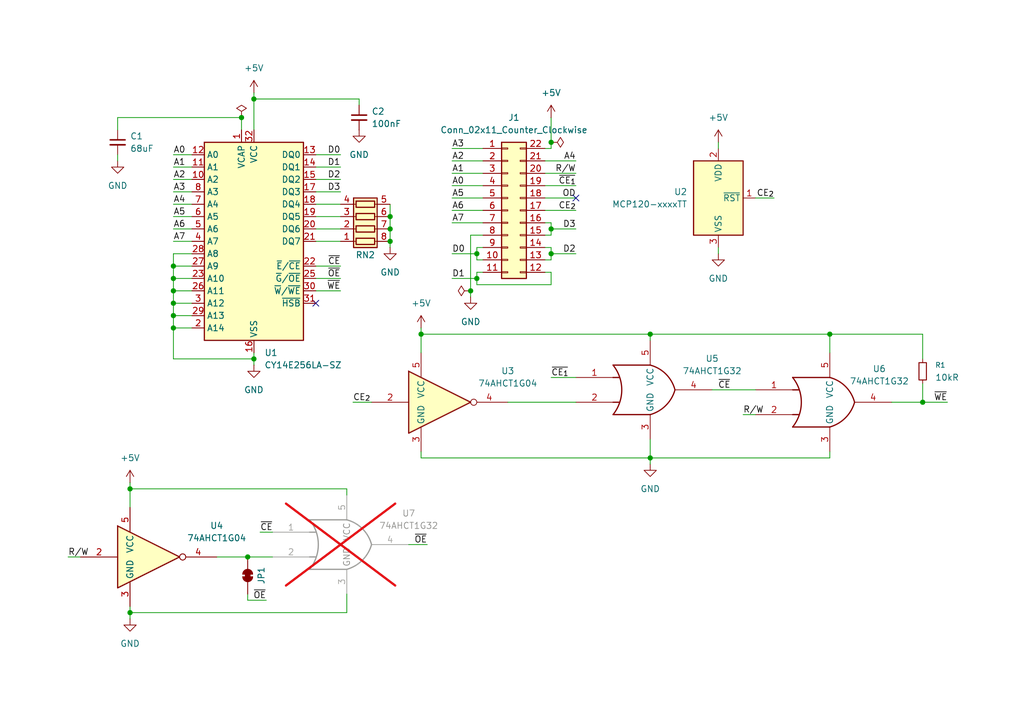
<source format=kicad_sch>
(kicad_sch (version 20250114) (generator "eeschema") (generator_version "9.0")
  (paper "A5")
  (lib_symbols
    (symbol "74xGxx:74AHCT1G04"
      (property "Reference" "U" (at -2.54 3.81 0))
      (property "Value" "74AHCT1G04" (at 0 -3.81 0))
      (symbol "74AHCT1G04_0_1"
        (polyline (pts (xy -7.62 6.35) (xy -7.62 -6.35) (xy 5.08 0) (xy -7.62 6.35)) (stroke (width 0.254)) (fill (type background)))
      )
      (symbol "74AHCT1G04_1_1"
        (pin input line (at -15.24 0 0) (length 7.62) (name "~") (number "2"))
        (pin power_in line (at -5.08 10.16 270) (length 5.08) (name "VCC") (number "5"))
        (pin power_in line (at -5.08 -10.16 90) (length 5.08) (name "GND") (number "3"))
        (pin output inverted (at 12.7 0 180) (length 7.62) (name "~") (number "4"))
      )
    )
    (symbol "74xGxx:74AHCT1G32"
      (property "Reference" "U" (at -2.54 3.81 0))
      (property "Value" "74AHCT1G32" (at 0 -3.81 0))
      (symbol "74AHCT1G32_0_1"
        (arc (start -7.62 5.08) (mid -5.838 0) (end -7.62 -5.08) (stroke (width 0.254)))
        (polyline (pts (xy -7.62 2.54) (xy -6.35 2.54)) (stroke (width 0.254)) (fill (type background)))
        (polyline (pts (xy -7.62 -2.54) (xy -6.35 -2.54)) (stroke (width 0.254)) (fill (type background)))
        (arc (start 5.08 0) (mid 3.202 -3.202) (end 0 -5.08) (stroke (width 0.254)))
        (arc (start 0 5.08) (mid 3.2271 3.2271) (end 5.08 0) (stroke (width 0.254)))
        (polyline (pts (xy 0 5.08) (xy -7.62 5.08)) (stroke (width 0.254)) (fill (type background)))
        (polyline (pts (xy 0 -5.08) (xy -7.62 -5.08)) (stroke (width 0.254)) (fill (type background)))
      )
      (symbol "74AHCT1G32_1_1"
        (pin input line (at -15.24 2.54 0) (length 7.62) (name "~") (number "1"))
        (pin input line (at -15.24 -2.54 0) (length 7.62) (name "~") (number "2"))
        (pin power_in line (at 0 10.16 270) (length 5.08) (name "VCC") (number "5"))
        (pin power_in line (at 0 -10.16 90) (length 5.08) (name "GND") (number "3"))
        (pin output line (at 12.7 0 180) (length 7.62) (name "~") (number "4"))
      )
    )
    (symbol "Connector_Generic:Conn_02x11_Counter_Clockwise" (pin_names (offset 1.016) (hide yes))
      (property "Reference" "J" (at 1.27 15.24 0))
      (property "Value" "Conn_02x11_Counter_Clockwise" (at 1.27 -15.24 0))
      (symbol "Conn_02x11_Counter_Clockwise_1_1"
        (rectangle (start -1.27 13.97) (end 3.81 -13.97) (stroke (width 0.254)) (fill (type background)))
        (rectangle (start -1.27 12.827) (end 0 12.573) (stroke (width 0.1524)))
        (rectangle (start -1.27 10.287) (end 0 10.033) (stroke (width 0.1524)))
        (rectangle (start -1.27 7.747) (end 0 7.493) (stroke (width 0.1524)))
        (rectangle (start -1.27 5.207) (end 0 4.953) (stroke (width 0.1524)))
        (rectangle (start -1.27 2.667) (end 0 2.413) (stroke (width 0.1524)))
        (rectangle (start -1.27 0.127) (end 0 -0.127) (stroke (width 0.1524)))
        (rectangle (start -1.27 -2.413) (end 0 -2.667) (stroke (width 0.1524)))
        (rectangle (start -1.27 -4.953) (end 0 -5.207) (stroke (width 0.1524)))
        (rectangle (start -1.27 -7.493) (end 0 -7.747) (stroke (width 0.1524)))
        (rectangle (start -1.27 -10.033) (end 0 -10.287) (stroke (width 0.1524)))
        (rectangle (start -1.27 -12.573) (end 0 -12.827) (stroke (width 0.1524)))
        (rectangle (start 3.81 12.827) (end 2.54 12.573) (stroke (width 0.1524)))
        (rectangle (start 3.81 10.287) (end 2.54 10.033) (stroke (width 0.1524)))
        (rectangle (start 3.81 7.747) (end 2.54 7.493) (stroke (width 0.1524)))
        (rectangle (start 3.81 5.207) (end 2.54 4.953) (stroke (width 0.1524)))
        (rectangle (start 3.81 2.667) (end 2.54 2.413) (stroke (width 0.1524)))
        (rectangle (start 3.81 0.127) (end 2.54 -0.127) (stroke (width 0.1524)))
        (rectangle (start 3.81 -2.413) (end 2.54 -2.667) (stroke (width 0.1524)))
        (rectangle (start 3.81 -4.953) (end 2.54 -5.207) (stroke (width 0.1524)))
        (rectangle (start 3.81 -7.493) (end 2.54 -7.747) (stroke (width 0.1524)))
        (rectangle (start 3.81 -10.033) (end 2.54 -10.287) (stroke (width 0.1524)))
        (rectangle (start 3.81 -12.573) (end 2.54 -12.827) (stroke (width 0.1524)))
        (pin passive line (at -5.08 12.7 0) (length 3.81) (name "Pin_1") (number "1"))
        (pin passive line (at -5.08 10.16 0) (length 3.81) (name "Pin_2") (number "2"))
        (pin passive line (at -5.08 7.62 0) (length 3.81) (name "Pin_3") (number "3"))
        (pin passive line (at -5.08 5.08 0) (length 3.81) (name "Pin_4") (number "4"))
        (pin passive line (at -5.08 2.54 0) (length 3.81) (name "Pin_5") (number "5"))
        (pin passive line (at -5.08 0 0) (length 3.81) (name "Pin_6") (number "6"))
        (pin passive line (at -5.08 -2.54 0) (length 3.81) (name "Pin_7") (number "7"))
        (pin passive line (at -5.08 -5.08 0) (length 3.81) (name "Pin_8") (number "8"))
        (pin passive line (at -5.08 -7.62 0) (length 3.81) (name "Pin_9") (number "9"))
        (pin passive line (at -5.08 -10.16 0) (length 3.81) (name "Pin_10") (number "10"))
        (pin passive line (at -5.08 -12.7 0) (length 3.81) (name "Pin_11") (number "11"))
        (pin passive line (at 7.62 12.7 180) (length 3.81) (name "Pin_22") (number "22"))
        (pin passive line (at 7.62 10.16 180) (length 3.81) (name "Pin_21") (number "21"))
        (pin passive line (at 7.62 7.62 180) (length 3.81) (name "Pin_20") (number "20"))
        (pin passive line (at 7.62 5.08 180) (length 3.81) (name "Pin_19") (number "19"))
        (pin passive line (at 7.62 2.54 180) (length 3.81) (name "Pin_18") (number "18"))
        (pin passive line (at 7.62 0 180) (length 3.81) (name "Pin_17") (number "17"))
        (pin passive line (at 7.62 -2.54 180) (length 3.81) (name "Pin_16") (number "16"))
        (pin passive line (at 7.62 -5.08 180) (length 3.81) (name "Pin_15") (number "15"))
        (pin passive line (at 7.62 -7.62 180) (length 3.81) (name "Pin_14") (number "14"))
        (pin passive line (at 7.62 -10.16 180) (length 3.81) (name "Pin_13") (number "13"))
        (pin passive line (at 7.62 -12.7 180) (length 3.81) (name "Pin_12") (number "12"))
      )
    )
    (symbol "Device:C_Small" (pin_numbers (hide yes)) (pin_names (offset 0.254) (hide yes))
      (property "Reference" "C" (at 0.254 1.778 0))
      (property "Value" "C_Small" (at 0.254 -2.032 0))
      (symbol "C_Small_0_1"
        (polyline (pts (xy -1.524 0.508) (xy 1.524 0.508)) (stroke (width 0.3048)))
        (polyline (pts (xy -1.524 -0.508) (xy 1.524 -0.508)) (stroke (width 0.3302)))
      )
      (symbol "C_Small_1_1"
        (pin passive line (at 0 2.54 270) (length 2.032) (name "~") (number "1"))
        (pin passive line (at 0 -2.54 90) (length 2.032) (name "~") (number "2"))
      )
    )
    (symbol "Device:R_Small" (pin_numbers (hide yes)) (pin_names (offset 0.254) (hide yes))
      (property "Reference" "R" (at 0 0 90))
      (property "Value" "R_Small" (at 1.778 0 90))
      (symbol "R_Small_0_1"
        (rectangle (start -0.762 1.778) (end 0.762 -1.778) (stroke (width 0.2032)))
      )
      (symbol "R_Small_1_1"
        (pin passive line (at 0 2.54 270) (length 0.762) (name "~") (number "1"))
        (pin passive line (at 0 -2.54 90) (length 0.762) (name "~") (number "2"))
      )
    )
    (symbol "Jumper:SolderJumper_2_Bridged" (pin_numbers (hide yes)) (pin_names (offset 0) (hide yes)) (in_bom no)
      (property "Reference" "JP" (at 0 2.032 0))
      (property "Value" "SolderJumper_2_Bridged" (at 0 -2.54 0))
      (symbol "SolderJumper_2_Bridged_0_1"
        (rectangle (start -0.508 0.508) (end 0.508 -0.508) (fill (type outline)))
        (polyline (pts (xy -0.254 1.016) (xy -0.254 -1.016)))
        (arc (start -0.254 -1.016) (mid -1.2656 0) (end -0.254 1.016))
        (arc (start -0.254 -1.016) (mid -1.2656 0) (end -0.254 1.016) (fill (type outline)))
        (arc (start 0.254 1.016) (mid 1.2656 0) (end 0.254 -1.016))
        (arc (start 0.254 1.016) (mid 1.2656 0) (end 0.254 -1.016) (fill (type outline)))
        (polyline (pts (xy 0.254 1.016) (xy 0.254 -1.016)))
      )
      (symbol "SolderJumper_2_Bridged_1_1"
        (pin passive line (at -3.81 0 0) (length 2.54) (name "A") (number "1"))
        (pin passive line (at 3.81 0 180) (length 2.54) (name "B") (number "2"))
      )
    )
    (symbol "Memory_NVRAM:CY14E256LA-SZ"
      (property "Reference" "U" (at -10.16 20.955 0))
      (property "Value" "CY14E256LA-SZ" (at 2.54 20.955 0))
      (symbol "CY14E256LA-SZ_0_0"
        (pin power_in line (at 0 22.86 270) (length 2.54) (name "VCC") (number "32"))
        (pin power_in line (at 0 -22.86 90) (length 2.54) (name "VSS") (number "16"))
      )
      (symbol "CY14E256LA-SZ_0_1"
        (rectangle (start -10.16 20.32) (end 10.16 -20.32) (stroke (width 0.254)) (fill (type background)))
      )
      (symbol "CY14E256LA-SZ_1_1"
        (pin input line (at -12.7 17.78 0) (length 2.54) (name "A0") (number "12"))
        (pin input line (at -12.7 15.24 0) (length 2.54) (name "A1") (number "11"))
        (pin input line (at -12.7 12.7 0) (length 2.54) (name "A2") (number "10"))
        (pin input line (at -12.7 10.16 0) (length 2.54) (name "A3") (number "8"))
        (pin input line (at -12.7 7.62 0) (length 2.54) (name "A4") (number "7"))
        (pin input line (at -12.7 5.08 0) (length 2.54) (name "A5") (number "6"))
        (pin input line (at -12.7 2.54 0) (length 2.54) (name "A6") (number "5"))
        (pin input line (at -12.7 0 0) (length 2.54) (name "A7") (number "4"))
        (pin input line (at -12.7 -2.54 0) (length 2.54) (name "A8") (number "28"))
        (pin input line (at -12.7 -5.08 0) (length 2.54) (name "A9") (number "27"))
        (pin input line (at -12.7 -7.62 0) (length 2.54) (name "A10") (number "23"))
        (pin input line (at -12.7 -10.16 0) (length 2.54) (name "A11") (number "26"))
        (pin input line (at -12.7 -12.7 0) (length 2.54) (name "A12") (number "3"))
        (pin input line (at -12.7 -15.24 0) (length 2.54) (name "A13") (number "29"))
        (pin input line (at -12.7 -17.78 0) (length 2.54) (name "A14") (number "2"))
        (pin power_in line (at -2.54 22.86 270) (length 2.54) (name "VCAP") (number "1"))
        (pin no_connect line (at 10.16 -15.24 180) (length 2.54) (hide yes) (name "NC") (number "9"))
        (pin no_connect line (at 10.16 -17.78 180) (length 2.54) (hide yes) (name "NC") (number "24"))
        (pin tri_state line (at 12.7 17.78 180) (length 2.54) (name "DQ0") (number "13"))
        (pin tri_state line (at 12.7 15.24 180) (length 2.54) (name "DQ1") (number "14"))
        (pin tri_state line (at 12.7 12.7 180) (length 2.54) (name "DQ2") (number "15"))
        (pin tri_state line (at 12.7 10.16 180) (length 2.54) (name "DQ3") (number "17"))
        (pin tri_state line (at 12.7 7.62 180) (length 2.54) (name "DQ4") (number "18"))
        (pin tri_state line (at 12.7 5.08 180) (length 2.54) (name "DQ5") (number "19"))
        (pin tri_state line (at 12.7 2.54 180) (length 2.54) (name "DQ6") (number "20"))
        (pin tri_state line (at 12.7 0 180) (length 2.54) (name "DQ7") (number "21"))
        (pin input line (at 12.7 -5.08 180) (length 2.54) (name "~{E}/~{CE}") (number "22"))
        (pin input line (at 12.7 -7.62 180) (length 2.54) (name "~{G}/~{OE}") (number "25"))
        (pin input line (at 12.7 -10.16 180) (length 2.54) (name "~{W}/~{WE}") (number "30"))
        (pin bidirectional line (at 12.7 -12.7 180) (length 2.54) (name "~{HSB}") (number "31"))
      )
    )
    (symbol "PCM_Resistor_AKL:R_4x0603_Convex" (pin_names (offset 0.002) (hide yes))
      (property "Reference" "RN" (at 5.08 1.27 0))
      (property "Value" "R_4x0603_Convex" (at 5.08 -1.27 0))
      (symbol "R_4x0603_Convex_0_1"
        (rectangle (start -6.35 -2.413) (end 3.81 2.413) (stroke (width 0.254)) (fill (type background)))
        (rectangle (start -5.715 1.905) (end -4.445 -1.905) (stroke (width 0.254)))
        (polyline (pts (xy -5.08 1.905) (xy -5.08 2.54)))
        (polyline (pts (xy -5.08 -2.54) (xy -5.08 -1.905)))
        (rectangle (start -3.175 1.905) (end -1.905 -1.905) (stroke (width 0.254)))
        (polyline (pts (xy -2.54 1.905) (xy -2.54 2.54)))
        (polyline (pts (xy -2.54 -2.54) (xy -2.54 -1.905)))
        (rectangle (start -0.635 1.905) (end 0.635 -1.905) (stroke (width 0.254)))
        (polyline (pts (xy 0 1.905) (xy 0 2.54)))
        (polyline (pts (xy 0 -2.54) (xy 0 -1.905)))
        (rectangle (start 1.905 1.905) (end 3.175 -1.905) (stroke (width 0.254)))
        (polyline (pts (xy 2.54 1.905) (xy 2.54 2.54)))
        (polyline (pts (xy 2.54 -2.54) (xy 2.54 -1.905)))
      )
      (symbol "R_4x0603_Convex_1_1"
        (pin passive line (at -5.08 5.08 270) (length 2.54) (name "R1.2") (number "8"))
        (pin passive line (at -5.08 -5.08 90) (length 2.54) (name "R1.1") (number "1"))
        (pin passive line (at -2.54 5.08 270) (length 2.54) (name "R2.2") (number "7"))
        (pin passive line (at -2.54 -5.08 90) (length 2.54) (name "R2.1") (number "2"))
        (pin passive line (at 0 5.08 270) (length 2.54) (name "R3.2") (number "6"))
        (pin passive line (at 0 -5.08 90) (length 2.54) (name "R3.1") (number "3"))
        (pin passive line (at 2.54 5.08 270) (length 2.54) (name "R4.2") (number "5"))
        (pin passive line (at 2.54 -5.08 90) (length 2.54) (name "R4.1") (number "4"))
      )
    )
    (symbol "Power_Supervisor:MCP120-xxxxTT"
      (property "Reference" "U" (at -5.08 8.89 0))
      (property "Value" "MCP120-xxxxTT" (at 8.89 8.89 0))
      (symbol "MCP120-xxxxTT_0_1"
        (rectangle (start 5.08 7.62) (end -5.08 -7.62) (stroke (width 0.254)) (fill (type background)))
      )
      (symbol "MCP120-xxxxTT_1_1"
        (pin power_in line (at 0 10.16 270) (length 2.54) (name "VDD") (number "2"))
        (pin power_in line (at 0 -10.16 90) (length 2.54) (name "VSS") (number "3"))
        (pin open_collector line (at 7.62 0 180) (length 2.54) (name "~{RST}") (number "1"))
      )
    )
    (symbol "power:+5V" (power) (pin_numbers (hide yes)) (pin_names (offset 0) (hide yes))
      (property "Value" "+5V" (at 0 3.556 0))
      (symbol "+5V_0_1"
        (polyline (pts (xy -0.762 1.27) (xy 0 2.54)))
        (polyline (pts (xy 0 2.54) (xy 0.762 1.27)))
        (polyline (pts (xy 0 0) (xy 0 2.54)))
      )
      (symbol "+5V_1_1"
        (pin power_in line (at 0 0 90) (length 0) (name "~") (number "1"))
      )
    )
    (symbol "power:GND" (power) (pin_numbers (hide yes)) (pin_names (offset 0) (hide yes))
      (property "Value" "GND" (at 0 -3.81 0))
      (symbol "GND_0_1"
        (polyline (pts (xy 0 0) (xy 0 -1.27) (xy 1.27 -1.27) (xy 0 -2.54) (xy -1.27 -1.27) (xy 0 -1.27)))
      )
      (symbol "GND_1_1"
        (pin power_in line (at 0 0 270) (length 0) (name "~") (number "1"))
      )
    )
    (symbol "power:PWR_FLAG" (power) (pin_numbers (hide yes)) (pin_names (offset 0) (hide yes))
      (property "Value" "PWR_FLAG" (at 0 3.81 0))
      (symbol "PWR_FLAG_0_0"
        (pin power_out line (at 0 0 90) (length 0) (name "~") (number "1"))
      )
      (symbol "PWR_FLAG_0_1"
        (polyline (pts (xy 0 0) (xy 0 1.27) (xy -1.016 1.905) (xy 0 2.54) (xy 1.016 1.905) (xy 0 1.27)))
      )
    )
  )
  (junction (at 97.79 52.07))
  (junction (at 97.79 57.15))
  (junction (at 49.53 24.13))
  (junction (at 96.52 59.69))
  (junction (at 113.03 29.21))
  (junction (at 50.8 114.3))
  (junction (at 26.67 125.73))
  (junction (at 113.03 52.07))
  (junction (at 80.01 44.45))
  (junction (at 35.56 54.61))
  (junction (at 133.35 68.58))
  (junction (at 35.56 67.31))
  (junction (at 170.18 68.58))
  (junction (at 52.07 73.66))
  (junction (at 133.35 93.98))
  (junction (at 113.03 46.99))
  (junction (at 35.56 62.23))
  (junction (at 35.56 59.69))
  (junction (at 86.36 68.58))
  (junction (at 189.23 82.55))
  (junction (at 35.56 57.15))
  (junction (at 35.56 64.77))
  (junction (at 26.67 100.33))
  (junction (at 80.01 46.99))
  (junction (at 80.01 49.53))
  (junction (at 52.07 20.32))
  (no_connect (at 64.77 62.23))
  (no_connect (at 118.11 40.64))
  (wire (pts (xy 147.32 52.07) (xy 147.32 50.8)))
  (wire (pts (xy 92.71 38.1) (xy 99.06 38.1)))
  (wire (pts (xy 99.06 50.8) (xy 97.79 50.8)))
  (wire (pts (xy 113.03 58.42) (xy 113.03 55.88)))
  (wire (pts (xy 113.03 53.34) (xy 111.76 53.34)))
  (wire (pts (xy 92.71 30.48) (xy 99.06 30.48)))
  (wire (pts (xy 113.03 50.8) (xy 113.03 52.07)))
  (wire (pts (xy 133.35 68.58) (xy 170.18 68.58)))
  (wire (pts (xy 35.56 34.29) (xy 39.37 34.29)))
  (wire (pts (xy 64.77 57.15) (xy 69.85 57.15)))
  (wire (pts (xy 111.76 35.56) (xy 118.11 35.56)))
  (wire (pts (xy 154.94 40.64) (xy 158.75 40.64)))
  (wire (pts (xy 50.8 123.19) (xy 54.61 123.19)))
  (wire (pts (xy 35.56 67.31) (xy 35.56 73.66)))
  (wire (pts (xy 26.67 100.33) (xy 26.67 104.14)))
  (wire (pts (xy 80.01 46.99) (xy 80.01 49.53)))
  (wire (pts (xy 35.56 64.77) (xy 35.56 67.31)))
  (wire (pts (xy 189.23 78.74) (xy 189.23 82.55)))
  (wire (pts (xy 71.12 125.73) (xy 71.12 121.92)))
  (wire (pts (xy 35.56 46.99) (xy 39.37 46.99)))
  (wire (pts (xy 64.77 34.29) (xy 69.85 34.29)))
  (wire (pts (xy 86.36 92.71) (xy 86.36 93.98)))
  (wire (pts (xy 83.82 111.76) (xy 87.63 111.76)))
  (wire (pts (xy 35.56 49.53) (xy 39.37 49.53)))
  (wire (pts (xy 133.35 93.98) (xy 86.36 93.98)))
  (wire (pts (xy 52.07 20.32) (xy 52.07 26.67)))
  (wire (pts (xy 69.85 46.99) (xy 64.77 46.99)))
  (wire (pts (xy 111.76 43.18) (xy 118.11 43.18)))
  (wire (pts (xy 86.36 68.58) (xy 86.36 72.39)))
  (wire (pts (xy 111.76 30.48) (xy 113.03 30.48)))
  (wire (pts (xy 72.39 82.55) (xy 76.2 82.55)))
  (wire (pts (xy 13.97 114.3) (xy 16.51 114.3)))
  (wire (pts (xy 92.71 45.72) (xy 99.06 45.72)))
  (wire (pts (xy 97.79 52.07) (xy 97.79 53.34)))
  (wire (pts (xy 182.88 82.55) (xy 189.23 82.55)))
  (wire (pts (xy 53.34 109.22) (xy 55.88 109.22)))
  (wire (pts (xy 44.45 114.3) (xy 50.8 114.3)))
  (wire (pts (xy 170.18 93.98) (xy 170.18 92.71)))
  (wire (pts (xy 64.77 54.61) (xy 69.85 54.61)))
  (wire (pts (xy 35.56 52.07) (xy 35.56 54.61)))
  (wire (pts (xy 113.03 45.72) (xy 111.76 45.72)))
  (wire (pts (xy 96.52 48.26) (xy 96.52 59.69)))
  (wire (pts (xy 133.35 93.98) (xy 133.35 95.25)))
  (wire (pts (xy 189.23 68.58) (xy 189.23 73.66)))
  (wire (pts (xy 113.03 45.72) (xy 113.03 46.99)))
  (wire (pts (xy 26.67 125.73) (xy 71.12 125.73)))
  (wire (pts (xy 97.79 53.34) (xy 99.06 53.34)))
  (wire (pts (xy 52.07 74.93) (xy 52.07 73.66)))
  (wire (pts (xy 99.06 48.26) (xy 96.52 48.26)))
  (wire (pts (xy 97.79 50.8) (xy 97.79 52.07)))
  (wire (pts (xy 80.01 41.91) (xy 80.01 44.45)))
  (wire (pts (xy 118.11 46.99) (xy 113.03 46.99)))
  (wire (pts (xy 133.35 68.58) (xy 133.35 69.85)))
  (wire (pts (xy 26.67 127) (xy 26.67 125.73)))
  (wire (pts (xy 64.77 59.69) (xy 69.85 59.69)))
  (wire (pts (xy 152.4 85.09) (xy 154.94 85.09)))
  (wire (pts (xy 35.56 41.91) (xy 39.37 41.91)))
  (wire (pts (xy 35.56 54.61) (xy 35.56 57.15)))
  (wire (pts (xy 170.18 68.58) (xy 189.23 68.58)))
  (wire (pts (xy 86.36 67.31) (xy 86.36 68.58)))
  (wire (pts (xy 69.85 44.45) (xy 64.77 44.45)))
  (wire (pts (xy 35.56 64.77) (xy 39.37 64.77)))
  (wire (pts (xy 52.07 20.32) (xy 73.66 20.32)))
  (wire (pts (xy 52.07 19.05) (xy 52.07 20.32)))
  (wire (pts (xy 92.71 52.07) (xy 97.79 52.07)))
  (wire (pts (xy 49.53 24.13) (xy 24.13 24.13)))
  (wire (pts (xy 92.71 57.15) (xy 97.79 57.15)))
  (wire (pts (xy 69.85 41.91) (xy 64.77 41.91)))
  (wire (pts (xy 133.35 90.17) (xy 133.35 93.98)))
  (wire (pts (xy 92.71 33.02) (xy 99.06 33.02)))
  (wire (pts (xy 92.71 43.18) (xy 99.06 43.18)))
  (wire (pts (xy 113.03 48.26) (xy 111.76 48.26)))
  (wire (pts (xy 113.03 30.48) (xy 113.03 29.21)))
  (wire (pts (xy 35.56 31.75) (xy 39.37 31.75)))
  (wire (pts (xy 52.07 73.66) (xy 52.07 72.39)))
  (wire (pts (xy 24.13 24.13) (xy 24.13 26.67)))
  (wire (pts (xy 64.77 31.75) (xy 69.85 31.75)))
  (wire (pts (xy 35.56 73.66) (xy 52.07 73.66)))
  (wire (pts (xy 49.53 26.67) (xy 49.53 24.13)))
  (wire (pts (xy 113.03 24.13) (xy 113.03 29.21)))
  (wire (pts (xy 73.66 20.32) (xy 73.66 21.59)))
  (wire (pts (xy 26.67 99.06) (xy 26.67 100.33)))
  (wire (pts (xy 35.56 57.15) (xy 39.37 57.15)))
  (wire (pts (xy 113.03 46.99) (xy 113.03 48.26)))
  (wire (pts (xy 113.03 77.47) (xy 118.11 77.47)))
  (wire (pts (xy 71.12 100.33) (xy 71.12 101.6)))
  (wire (pts (xy 39.37 52.07) (xy 35.56 52.07)))
  (wire (pts (xy 92.71 35.56) (xy 99.06 35.56)))
  (wire (pts (xy 189.23 82.55) (xy 194.31 82.55)))
  (wire (pts (xy 35.56 44.45) (xy 39.37 44.45)))
  (wire (pts (xy 35.56 59.69) (xy 39.37 59.69)))
  (wire (pts (xy 35.56 54.61) (xy 39.37 54.61)))
  (wire (pts (xy 170.18 68.58) (xy 170.18 72.39)))
  (wire (pts (xy 26.67 100.33) (xy 71.12 100.33)))
  (wire (pts (xy 111.76 50.8) (xy 113.03 50.8)))
  (wire (pts (xy 146.05 80.01) (xy 154.94 80.01)))
  (wire (pts (xy 35.56 62.23) (xy 35.56 64.77)))
  (wire (pts (xy 111.76 33.02) (xy 118.11 33.02)))
  (wire (pts (xy 35.56 62.23) (xy 39.37 62.23)))
  (wire (pts (xy 97.79 58.42) (xy 113.03 58.42)))
  (wire (pts (xy 50.8 121.92) (xy 50.8 123.19)))
  (wire (pts (xy 113.03 52.07) (xy 113.03 53.34)))
  (wire (pts (xy 35.56 39.37) (xy 39.37 39.37)))
  (wire (pts (xy 99.06 55.88) (xy 97.79 55.88)))
  (wire (pts (xy 86.36 68.58) (xy 133.35 68.58)))
  (wire (pts (xy 97.79 55.88) (xy 97.79 57.15)))
  (wire (pts (xy 97.79 57.15) (xy 97.79 58.42)))
  (wire (pts (xy 24.13 31.75) (xy 24.13 33.02)))
  (wire (pts (xy 111.76 40.64) (xy 118.11 40.64)))
  (wire (pts (xy 92.71 40.64) (xy 99.06 40.64)))
  (wire (pts (xy 35.56 36.83) (xy 39.37 36.83)))
  (wire (pts (xy 80.01 49.53) (xy 80.01 50.8)))
  (wire (pts (xy 113.03 55.88) (xy 111.76 55.88)))
  (wire (pts (xy 69.85 49.53) (xy 64.77 49.53)))
  (wire (pts (xy 96.52 60.96) (xy 96.52 59.69)))
  (wire (pts (xy 147.32 29.21) (xy 147.32 30.48)))
  (wire (pts (xy 35.56 57.15) (xy 35.56 59.69)))
  (wire (pts (xy 64.77 36.83) (xy 69.85 36.83)))
  (wire (pts (xy 104.14 82.55) (xy 118.11 82.55)))
  (wire (pts (xy 26.67 125.73) (xy 26.67 124.46)))
  (wire (pts (xy 35.56 59.69) (xy 35.56 62.23)))
  (wire (pts (xy 133.35 93.98) (xy 170.18 93.98)))
  (wire (pts (xy 64.77 39.37) (xy 69.85 39.37)))
  (wire (pts (xy 35.56 67.31) (xy 39.37 67.31)))
  (wire (pts (xy 80.01 44.45) (xy 80.01 46.99)))
  (wire (pts (xy 111.76 38.1) (xy 118.11 38.1)))
  (wire (pts (xy 118.11 52.07) (xy 113.03 52.07)))
  (wire (pts (xy 50.8 114.3) (xy 55.88 114.3)))
  (label "~{OE}" (at 87.63 111.76 180))
  (label "D3" (at 69.85 39.37 180))
  (label "D3" (at 118.11 46.99 180))
  (label "A7" (at 35.56 49.53 0))
  (label "A4" (at 118.11 33.02 180))
  (label "A2" (at 35.56 36.83 0))
  (label "D2" (at 69.85 36.83 180))
  (label "A6" (at 35.56 46.99 0))
  (label "A3" (at 35.56 39.37 0))
  (label "R/W" (at 13.97 114.3 0))
  (label "D0" (at 69.85 31.75 180))
  (label "CE_{2}" (at 72.39 82.55 0))
  (label "A0" (at 92.71 38.1 0))
  (label "R/W" (at 152.4 85.09 0))
  (label "A7" (at 92.71 45.72 0))
  (label "CE_{2}" (at 118.11 43.18 180))
  (label "~{CE_{1}}" (at 113.03 77.47 0))
  (label "~{CE}" (at 69.85 54.61 180))
  (label "~{CE}" (at 53.34 109.22 0))
  (label "A5" (at 35.56 44.45 0))
  (label "D1" (at 92.71 57.15 0))
  (label "OD" (at 118.11 40.64 180))
  (label "A4" (at 35.56 41.91 0))
  (label "R/W" (at 118.11 35.56 180))
  (label "~{WE}" (at 194.31 82.55 180))
  (label "~{WE}" (at 69.85 59.69 180))
  (label "A5" (at 92.71 40.64 0))
  (label "~{OE}" (at 69.85 57.15 180))
  (label "A6" (at 92.71 43.18 0))
  (label "A3" (at 92.71 30.48 0))
  (label "~{CE}" (at 149.86 80.01 180))
  (label "A2" (at 92.71 33.02 0))
  (label "D2" (at 118.11 52.07 180))
  (label "A0" (at 35.56 31.75 0))
  (label "~{OE}" (at 54.61 123.19 180))
  (label "~{CE_{1}}" (at 118.11 38.1 180))
  (label "D1" (at 69.85 34.29 180))
  (label "CE_{2}" (at 158.75 40.64 180))
  (label "A1" (at 92.71 35.56 0))
  (label "A1" (at 35.56 34.29 0))
  (label "D0" (at 92.71 52.07 0))
  (symbol (lib_id "power:+5V") (at 26.67 99.06 0) (unit 1)
    (property "Reference" "#PWR09" (effects (hide yes)))
    (property "Value" "+5V" (at 26.67 93.98 0))
    (property "Description" "Power symbol creates a global label with name \"+5V\"" (effects (hide yes)))
  )
  (symbol (lib_id "power:GND") (at 133.35 95.25 0) (unit 1)
    (property "Reference" "#PWR07" (effects (hide yes)))
    (property "Value" "GND" (at 133.35 100.33 0))
    (property "Description" "Power symbol creates a global label with name \"GND\" , ground" (effects (hide yes)))
  )
  (symbol (lib_id "power:GND") (at 147.32 52.07 0) (unit 1)
    (property "Reference" "#PWR05" (effects (hide yes)))
    (property "Value" "GND" (at 147.32 57.15 0))
    (property "Description" "Power symbol creates a global label with name \"GND\" , ground" (effects (hide yes)))
  )
  (symbol (lib_id "Power_Supervisor:MCP120-xxxxTT") (at 147.32 40.64 0) (unit 1)
    (property "Reference" "U2" (at 140.97 39.3699 0) (effects (justify right)))
    (property "Value" "MCP120-xxxxTT" (at 140.97 41.9099 0) (effects (justify right)))
    (property "Footprint" "Package_TO_SOT_SMD:SOT-23" (effects (hide yes)))
    (property "Datasheet" "http://ww1.microchip.com/downloads/en/DeviceDoc/11184d.pdf" (effects (hide yes)))
    (property "Description" "Microcontroller supervisory circuit, SOT-23" (effects (hide yes)))
  )
  (symbol (lib_id "power:GND") (at 73.66 26.67 0) (unit 1)
    (property "Reference" "#PWR04" (effects (hide yes)))
    (property "Value" "GND" (at 73.66 31.75 0))
    (property "Description" "Power symbol creates a global label with name \"GND\" , ground" (effects (hide yes)))
  )
  (symbol (lib_id "74xGxx:74AHCT1G32") (at 170.18 82.55 0) (unit 1)
    (property "Reference" "U6" (at 180.34 75.692 0))
    (property "Value" "74AHCT1G32" (at 180.34 78.232 0))
    (property "Footprint" "Package_TO_SOT_SMD:SOT-23-5" (effects (hide yes)))
    (property "Datasheet" "http://www.ti.com/lit/sg/scyt129e/scyt129e.pdf" (effects (hide yes)))
    (property "Description" "Single OR Gate, Low-Voltage CMOS" (effects (hide yes)))
  )
  (symbol (lib_id "Jumper:SolderJumper_2_Bridged") (at 50.8 118.11 270) (unit 1) (in_bom no)
    (property "Reference" "JP1" (at 53.594 118.11 0))
    (property "Value" "OE_JMP" (effects (hide yes)))
    (property "Footprint" "Jumper:SolderJumper-2_P1.3mm_Bridged_RoundedPad1.0x1.5mm" (effects (hide yes)))
    (property "Description" "Solder Jumper, 2-pole, closed/bridged" (effects (hide yes)))
  )
  (symbol (lib_id "power:+5V") (at 113.03 24.13 0) (unit 1)
    (property "Reference" "#PWR013" (effects (hide yes)))
    (property "Value" "+5V" (at 113.03 19.05 0))
    (property "Description" "Power symbol creates a global label with name \"+5V\"" (effects (hide yes)))
  )
  (symbol (lib_id "power:+5V") (at 86.36 67.31 0) (unit 1)
    (property "Reference" "#PWR08" (effects (hide yes)))
    (property "Value" "+5V" (at 86.36 62.23 0))
    (property "Description" "Power symbol creates a global label with name \"+5V\"" (effects (hide yes)))
  )
  (symbol (lib_id "power:GND") (at 96.52 60.96 0) (unit 1)
    (property "Reference" "#PWR012" (effects (hide yes)))
    (property "Value" "GND" (at 96.52 66.04 0))
    (property "Description" "Power symbol creates a global label with name \"GND\" , ground" (effects (hide yes)))
  )
  (symbol (lib_id "Device:R_Small") (at 189.23 76.2 0) (unit 1)
    (property "Reference" "R1" (at 191.77 74.9299 0) (effects (font (size 1.016 1.016)) (justify left)))
    (property "Value" "10kR" (at 191.77 77.4699 0) (effects (justify left)))
    (property "Footprint" "Resistor_SMD:R_0402_1005Metric" (effects (hide yes)))
    (property "Description" "Resistor, small symbol" (effects (hide yes)))
  )
  (symbol (lib_id "power:GND") (at 80.01 50.8 0) (unit 1)
    (property "Reference" "#PWR06" (effects (hide yes)))
    (property "Value" "GND" (at 80.01 55.88 0))
    (property "Description" "Power symbol creates a global label with name \"GND\" , ground" (effects (hide yes)))
  )
  (symbol (lib_id "74xGxx:74AHCT1G32") (at 133.35 80.01 0) (unit 1)
    (property "Reference" "U5" (at 146.05 73.5898 0))
    (property "Value" "74AHCT1G32" (at 146.05 76.1298 0))
    (property "Footprint" "Package_TO_SOT_SMD:SOT-23-5" (effects (hide yes)))
    (property "Datasheet" "http://www.ti.com/lit/sg/scyt129e/scyt129e.pdf" (effects (hide yes)))
    (property "Description" "Single OR Gate, Low-Voltage CMOS" (effects (hide yes)))
  )
  (symbol (lib_id "Memory_NVRAM:CY14E256LA-SZ") (at 52.07 49.53 0) (unit 1)
    (property "Reference" "U1" (at 54.2133 72.39 0) (effects (justify left)))
    (property "Value" "CY14E256LA-SZ" (at 54.2133 74.93 0) (effects (justify left)))
    (property "Footprint" "Package_SO:SOIC-32_7.518x20.777mm_P1.27mm" (effects (hide yes)))
    (property "Datasheet" "https://www.infineon.com/dgdl/Infineon-CY14E256LA_256-Kbit_(32_K_8)_nvSRAM-DataSheet-v12_00-EN.pdf?fileId=8ac78c8c7d0d8da4017d0ebf920b33f5" (effects (hide yes)))
    (property "Description" "256-Kbit (32K x 8-bit) nvSRAM, single 5V +/-10% operation, 25/45ns, SOIC-32" (effects (hide yes)))
  )
  (symbol (lib_id "power:PWR_FLAG") (at 49.53 24.13 0) (unit 1)
    (property "Reference" "#FLG03" (effects (hide yes)))
    (property "Value" "PWR_FLAG" (effects (hide yes)))
    (property "Description" "Special symbol for telling ERC where power comes from" (effects (hide yes)))
  )
  (symbol (lib_id "power:GND") (at 52.07 74.93 0) (unit 1)
    (property "Reference" "#PWR01" (effects (hide yes)))
    (property "Value" "GND" (at 52.07 80.01 0))
    (property "Description" "Power symbol creates a global label with name \"GND\" , ground" (effects (hide yes)))
  )
  (symbol (lib_id "PCM_Resistor_AKL:R_4x0603_Convex") (at 74.93 44.45 270) (mirror x) (unit 1)
    (property "Reference" "RN2" (at 74.93 52.324 90))
    (property "Value" "R_4x0603_Convex" (effects (hide yes)))
    (property "Footprint" "PCM_Resistor_SMD_AKL:R_Array_Convex_4x0603" (effects (hide yes)))
    (property "Description" "4x0603 SMD Resistor Network, Isolated, European Symbol, Alternate KiCad Library" (effects (hide yes)))
  )
  (symbol (lib_id "power:PWR_FLAG") (at 113.03 29.21 270) (unit 1)
    (property "Reference" "#FLG01" (effects (hide yes)))
    (property "Value" "PWR_FLAG" (effects (hide yes)))
    (property "Description" "Special symbol for telling ERC where power comes from" (effects (hide yes)))
  )
  (symbol (lib_id "Connector_Generic:Conn_02x11_Counter_Clockwise") (at 104.14 43.18 0) (unit 1)
    (property "Reference" "J1" (at 105.41 24.13 0))
    (property "Value" "Conn_02x11_Counter_Clockwise" (at 105.41 26.67 0))
    (property "Footprint" "Package_DIP:DIP-22_W7.62mm_Socket" (effects (hide yes)))
    (property "Description" "Generic connector, double row, 02x11, counter clockwise pin numbering scheme (similar to DIP package numbering), script generated (kicad-library-utils/schlib/autogen/connector/)" (effects (hide yes)))
  )
  (symbol (lib_id "power:GND") (at 24.13 33.02 0) (unit 1)
    (property "Reference" "#PWR02" (effects (hide yes)))
    (property "Value" "GND" (at 24.13 38.1 0))
    (property "Description" "Power symbol creates a global label with name \"GND\" , ground" (effects (hide yes)))
  )
  (symbol (lib_id "74xGxx:74AHCT1G04") (at 91.44 82.55 0) (unit 1)
    (property "Reference" "U3" (at 104.14 76.1298 0))
    (property "Value" "74AHCT1G04" (at 104.14 78.6698 0))
    (property "Footprint" "Package_TO_SOT_SMD:SOT-23-5" (effects (hide yes)))
    (property "Datasheet" "http://www.ti.com/lit/sg/scyt129e/scyt129e.pdf" (effects (hide yes)))
    (property "Description" "Single NOT Gate, Low-Voltage CMOS" (effects (hide yes)))
  )
  (symbol (lib_id "Device:C_Small") (at 24.13 29.21 0) (unit 1)
    (property "Reference" "C1" (at 26.67 27.9462 0) (effects (justify left)))
    (property "Value" "68uF" (at 26.67 30.4862 0) (effects (justify left)))
    (property "Footprint" "Capacitor_SMD:C_1206_3216Metric" (effects (hide yes)))
    (property "Description" "Unpolarized capacitor, small symbol" (effects (hide yes)))
  )
  (symbol (lib_id "power:PWR_FLAG") (at 96.52 59.69 90) (unit 1)
    (property "Reference" "#FLG02" (effects (hide yes)))
    (property "Value" "PWR_FLAG" (effects (hide yes)))
    (property "Description" "Special symbol for telling ERC where power comes from" (effects (hide yes)))
  )
  (symbol (lib_id "power:+5V") (at 147.32 29.21 0) (unit 1)
    (property "Reference" "#PWR011" (effects (hide yes)))
    (property "Value" "+5V" (at 147.32 24.13 0))
    (property "Description" "Power symbol creates a global label with name \"+5V\"" (effects (hide yes)))
  )
  (symbol (lib_id "74xGxx:74AHCT1G32") (at 71.12 111.76 0) (unit 1) (dnp yes)
    (property "Reference" "U7" (at 83.82 105.3398 0))
    (property "Value" "74AHCT1G32" (at 83.82 107.8798 0))
    (property "Footprint" "Package_TO_SOT_SMD:SOT-23-5" (effects (hide yes)))
    (property "Datasheet" "http://www.ti.com/lit/sg/scyt129e/scyt129e.pdf" (effects (hide yes)))
    (property "Description" "Single OR Gate, Low-Voltage CMOS" (effects (hide yes)))
  )
  (symbol (lib_id "power:GND") (at 26.67 127 0) (unit 1)
    (property "Reference" "#PWR010" (effects (hide yes)))
    (property "Value" "GND" (at 26.67 132.08 0))
    (property "Description" "Power symbol creates a global label with name \"GND\" , ground" (effects (hide yes)))
  )
  (symbol (lib_id "74xGxx:74AHCT1G04") (at 31.75 114.3 0) (unit 1)
    (property "Reference" "U4" (at 44.45 107.8798 0))
    (property "Value" "74AHCT1G04" (at 44.45 110.4198 0))
    (property "Footprint" "Package_TO_SOT_SMD:SOT-23-5" (effects (hide yes)))
    (property "Datasheet" "http://www.ti.com/lit/sg/scyt129e/scyt129e.pdf" (effects (hide yes)))
    (property "Description" "Single NOT Gate, Low-Voltage CMOS" (effects (hide yes)))
  )
  (symbol (lib_id "Device:C_Small") (at 73.66 24.13 0) (unit 1)
    (property "Reference" "C2" (at 76.2 22.8662 0) (effects (justify left)))
    (property "Value" "100nF" (at 76.2 25.4062 0) (effects (justify left)))
    (property "Footprint" "Capacitor_SMD:C_0402_1005Metric" (effects (hide yes)))
    (property "Description" "Unpolarized capacitor, small symbol" (effects (hide yes)))
  )
  (symbol (lib_id "power:+5V") (at 52.07 19.05 0) (unit 1)
    (property "Reference" "#PWR03" (effects (hide yes)))
    (property "Value" "+5V" (at 52.07 13.97 0))
    (property "Description" "Power symbol creates a global label with name \"+5V\"" (effects (hide yes)))
  )
)
</source>
